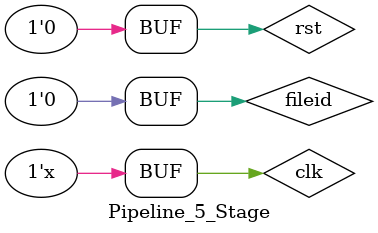
<source format=v>
`timescale 1ns / 1ps


module Pipeline_5_Stage;

	// Inputs
	reg clk;
	reg rst;
	reg fileid;

	// Outputs
	wire [31:0] PCOUT;
	wire [31:0] branchAdd;
	wire [31:0] PCSrc_mux;
	wire [31:0] jr_mux;
	wire [31:0] jump_mux;
	wire [31:0] INST;
	wire [31:0] rdata1;
	wire [31:0] rdata2;
	wire [31:0] extended_imm;
	wire [31:0] rdata1_ID_EXE;
	wire [31:0] rdata2_ID_EXE;
	wire [31:0] imm_ID_EXE;
	wire [31:0] rdata2_EXE_MEM;
	wire [31:0] ALUSrc_mux;
	wire [31:0] aluout;
	wire [31:0] aluout_EXE_MEM;
	wire [31:0] dm_out;
	wire [31:0] memtoReg_mux;
	wire [4:0] jal_waddr_mux;
	wire [31:0] jal_wdata_mux;
	wire [31:0] jumpAddr;

	// Instantiate the Unit Under Test (UUT)
	pipelined_regfile_5stage uut (
		.clk(clk), 
		.rst(rst), 
		.fileid(fileid), 
		.PCOUT(PCOUT), 
		.branchAdd(branchAdd), 
		.PCSrc_mux(PCSrc_mux), 
		.jr_mux(jr_mux), 
		.jump_mux(jump_mux), 
		.INST(INST), 
		.rdata1(rdata1), 
		.rdata2(rdata2), 
		.extended_imm(extended_imm), 
		.rdata1_ID_EXE(rdata1_ID_EXE), 
		.rdata2_ID_EXE(rdata2_ID_EXE), 
		.imm_ID_EXE(imm_ID_EXE), 
		.rdata2_EXE_MEM(rdata2_EXE_MEM), 
		.ALUSrc_mux(ALUSrc_mux), 
		.aluout(aluout), 
		.aluout_EXE_MEM(aluout_EXE_MEM), 
		.dm_out(dm_out), 
		.memtoReg_mux(memtoReg_mux), 
		.jal_waddr_mux(jal_waddr_mux), 
		.jal_wdata_mux(jal_wdata_mux), 
		.jumpAddr(jumpAddr)
	);

	always #15 clk = ~clk;
	initial begin
		// Initialize Inputs
		clk = 0;
		rst = 0;
		fileid = 0;
		
		// Wait 100 ns for global reset to finish
		#100;
        
		// Add stimulus here
		#25 rst =1;
		#25 rst=0;

	end
      
endmodule


</source>
